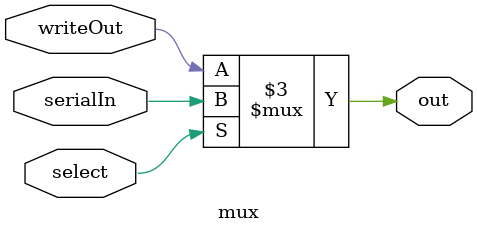
<source format=v>
module mux( input wire writeOut, input wire serialIn, input wire select, output reg out);

always @(*) begin
	if(select) out = serialIn;
	else out = writeOut;
end

endmodule

</source>
